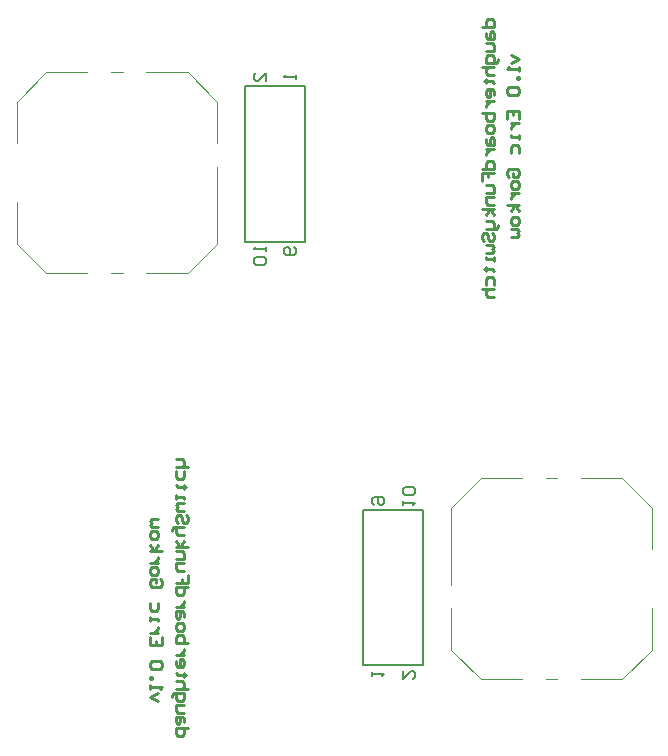
<source format=gbo>
G04*
G04 #@! TF.GenerationSoftware,Altium Limited,Altium Designer,18.1.11 (251)*
G04*
G04 Layer_Color=32896*
%FSLAX25Y25*%
%MOIN*%
G70*
G01*
G75*
%ADD10C,0.00787*%
%ADD11C,0.00394*%
%ADD12C,0.01000*%
%ADD13C,0.00600*%
D10*
X174658Y301826D02*
X194658D01*
Y249858D02*
Y301826D01*
X174658Y249858D02*
X194658D01*
X174658D02*
Y301826D01*
X214028Y108670D02*
X234028D01*
X214028D02*
Y160639D01*
X234028D01*
Y108670D02*
Y160639D01*
D11*
X274808Y171070D02*
X278745D01*
X274808Y104141D02*
X278745D01*
X253154Y171070D02*
X266934D01*
X243312Y161228D02*
X253154Y171070D01*
X243312Y135637D02*
Y161228D01*
Y113983D02*
Y127763D01*
Y113983D02*
X253154Y104141D01*
X266934D01*
X286619Y171070D02*
X300398D01*
X310241Y161228D01*
Y147448D02*
Y161228D01*
Y113983D02*
Y127763D01*
X300398Y104141D02*
X310241Y113983D01*
X286619Y104141D02*
X300398D01*
X129932Y239425D02*
X133869D01*
X129932Y306354D02*
X133869D01*
X141743Y239425D02*
X155523D01*
X165365Y249267D01*
Y274858D01*
Y282732D02*
Y296511D01*
X155523Y306354D02*
X165365Y296511D01*
X141743Y306354D02*
X155523D01*
X108278Y239425D02*
X122058D01*
X98436Y249267D02*
X108278Y239425D01*
X98436Y249267D02*
Y263047D01*
Y282732D02*
Y296511D01*
X108278Y306354D01*
X122058D01*
D12*
X253470Y321334D02*
X257469D01*
Y323334D01*
X256802Y324000D01*
X255469D01*
X254803Y323334D01*
Y321334D01*
Y319335D02*
Y318002D01*
X255469Y317336D01*
X257469D01*
Y319335D01*
X256802Y320001D01*
X256136Y319335D01*
Y317336D01*
X254803Y316003D02*
X256802D01*
X257469Y315336D01*
Y313337D01*
X254803D01*
X258802Y310671D02*
Y310004D01*
X258135Y309338D01*
X254803D01*
Y311337D01*
X255469Y312004D01*
X256802D01*
X257469Y311337D01*
Y309338D01*
X253470Y308005D02*
X257469D01*
X255469D01*
X254803Y307339D01*
Y306006D01*
X255469Y305339D01*
X257469D01*
X254136Y303340D02*
X254803D01*
Y304006D01*
Y302674D01*
Y303340D01*
X256802D01*
X257469Y302674D01*
Y298675D02*
Y300008D01*
X256802Y300674D01*
X255469D01*
X254803Y300008D01*
Y298675D01*
X255469Y298008D01*
X256136D01*
Y300674D01*
X254803Y296675D02*
X257469D01*
X256136D01*
X255469Y296009D01*
X254803Y295343D01*
Y294676D01*
X253470Y292677D02*
X257469D01*
Y290677D01*
X256802Y290011D01*
X256136D01*
X255469D01*
X254803Y290677D01*
Y292677D01*
X257469Y288012D02*
Y286679D01*
X256802Y286012D01*
X255469D01*
X254803Y286679D01*
Y288012D01*
X255469Y288678D01*
X256802D01*
X257469Y288012D01*
X254803Y284013D02*
Y282680D01*
X255469Y282014D01*
X257469D01*
Y284013D01*
X256802Y284679D01*
X256136Y284013D01*
Y282014D01*
X254803Y280681D02*
X257469D01*
X256136D01*
X255469Y280014D01*
X254803Y279348D01*
Y278681D01*
X253470Y274016D02*
X257469D01*
Y276015D01*
X256802Y276682D01*
X255469D01*
X254803Y276015D01*
Y274016D01*
X253470Y270017D02*
Y272683D01*
X255469D01*
Y271350D01*
Y272683D01*
X257469D01*
X254803Y268685D02*
X256802D01*
X257469Y268018D01*
Y266019D01*
X254803D01*
X257469Y264686D02*
X254803D01*
Y262686D01*
X255469Y262020D01*
X257469D01*
Y260687D02*
X253470D01*
X256136D02*
X254803Y258688D01*
X256136Y260687D02*
X257469Y258688D01*
X254803Y256688D02*
X256802D01*
X257469Y256022D01*
Y254023D01*
X258135D01*
X258802Y254689D01*
Y255356D01*
X257469Y254023D02*
X254803D01*
X254136Y250024D02*
X253470Y250690D01*
Y252023D01*
X254136Y252690D01*
X254803D01*
X255469Y252023D01*
Y250690D01*
X256136Y250024D01*
X256802D01*
X257469Y250690D01*
Y252023D01*
X256802Y252690D01*
X254803Y248691D02*
X256802D01*
X257469Y248025D01*
X256802Y247358D01*
X257469Y246692D01*
X256802Y246025D01*
X254803D01*
X257469Y244692D02*
Y243359D01*
Y244026D01*
X254803D01*
Y244692D01*
X254136Y240693D02*
X254803D01*
Y241360D01*
Y240027D01*
Y240693D01*
X256802D01*
X257469Y240027D01*
X254803Y235362D02*
Y237361D01*
X255469Y238028D01*
X256802D01*
X257469Y237361D01*
Y235362D01*
X253470Y234029D02*
X257469D01*
X255469D01*
X254803Y233363D01*
Y232030D01*
X255469Y231363D01*
X257469D01*
X263334Y312004D02*
X266000Y310671D01*
X263334Y309338D01*
X266000Y308005D02*
Y306672D01*
Y307339D01*
X262001D01*
X262668Y308005D01*
X266000Y304673D02*
X265334D01*
Y304006D01*
X266000D01*
Y304673D01*
X262668Y301341D02*
X262001Y300674D01*
Y299341D01*
X262668Y298675D01*
X265334D01*
X266000Y299341D01*
Y300674D01*
X265334Y301341D01*
X262668D01*
X262001Y290677D02*
Y293343D01*
X266000D01*
Y290677D01*
X264001Y293343D02*
Y292010D01*
X263334Y289345D02*
X266000D01*
X264667D01*
X264001Y288678D01*
X263334Y288012D01*
Y287345D01*
X266000Y285346D02*
Y284013D01*
Y284679D01*
X263334D01*
Y285346D01*
Y279348D02*
Y281347D01*
X264001Y282014D01*
X265334D01*
X266000Y281347D01*
Y279348D01*
X262668Y271350D02*
X262001Y272017D01*
Y273350D01*
X262668Y274016D01*
X265334D01*
X266000Y273350D01*
Y272017D01*
X265334Y271350D01*
X264001D01*
Y272683D01*
X266000Y269351D02*
Y268018D01*
X265334Y267352D01*
X264001D01*
X263334Y268018D01*
Y269351D01*
X264001Y270017D01*
X265334D01*
X266000Y269351D01*
X263334Y266019D02*
X266000D01*
X264667D01*
X264001Y265352D01*
X263334Y264686D01*
Y264019D01*
X266000Y262020D02*
X262001D01*
X264667D02*
X263334Y260021D01*
X264667Y262020D02*
X266000Y260021D01*
Y257355D02*
Y256022D01*
X265334Y255356D01*
X264001D01*
X263334Y256022D01*
Y257355D01*
X264001Y258021D01*
X265334D01*
X266000Y257355D01*
X263334Y254023D02*
X265334D01*
X266000Y253356D01*
X265334Y252690D01*
X266000Y252023D01*
X265334Y251357D01*
X263334D01*
X155530Y87666D02*
X151531D01*
Y85666D01*
X152198Y85000D01*
X153531D01*
X154197Y85666D01*
Y87666D01*
Y89665D02*
Y90998D01*
X153531Y91664D01*
X151531D01*
Y89665D01*
X152198Y88999D01*
X152864Y89665D01*
Y91664D01*
X154197Y92997D02*
X152198D01*
X151531Y93664D01*
Y95663D01*
X154197D01*
X150198Y98329D02*
Y98996D01*
X150865Y99662D01*
X154197D01*
Y97663D01*
X153531Y96996D01*
X152198D01*
X151531Y97663D01*
Y99662D01*
X155530Y100995D02*
X151531D01*
X153531D01*
X154197Y101661D01*
Y102994D01*
X153531Y103661D01*
X151531D01*
X154864Y105660D02*
X154197D01*
Y104994D01*
Y106326D01*
Y105660D01*
X152198D01*
X151531Y106326D01*
Y110325D02*
Y108992D01*
X152198Y108326D01*
X153531D01*
X154197Y108992D01*
Y110325D01*
X153531Y110992D01*
X152864D01*
Y108326D01*
X154197Y112325D02*
X151531D01*
X152864D01*
X153531Y112991D01*
X154197Y113657D01*
Y114324D01*
X155530Y116323D02*
X151531D01*
Y118323D01*
X152198Y118989D01*
X152864D01*
X153531D01*
X154197Y118323D01*
Y116323D01*
X151531Y120988D02*
Y122321D01*
X152198Y122988D01*
X153531D01*
X154197Y122321D01*
Y120988D01*
X153531Y120322D01*
X152198D01*
X151531Y120988D01*
X154197Y124987D02*
Y126320D01*
X153531Y126986D01*
X151531D01*
Y124987D01*
X152198Y124321D01*
X152864Y124987D01*
Y126986D01*
X154197Y128319D02*
X151531D01*
X152864D01*
X153531Y128986D01*
X154197Y129652D01*
Y130319D01*
X155530Y134984D02*
X151531D01*
Y132984D01*
X152198Y132318D01*
X153531D01*
X154197Y132984D01*
Y134984D01*
X155530Y138983D02*
Y136317D01*
X153531D01*
Y137650D01*
Y136317D01*
X151531D01*
X154197Y140315D02*
X152198D01*
X151531Y140982D01*
Y142981D01*
X154197D01*
X151531Y144314D02*
X154197D01*
Y146314D01*
X153531Y146980D01*
X151531D01*
Y148313D02*
X155530D01*
X152864D02*
X154197Y150312D01*
X152864Y148313D02*
X151531Y150312D01*
X154197Y152312D02*
X152198D01*
X151531Y152978D01*
Y154977D01*
X150865D01*
X150198Y154311D01*
Y153645D01*
X151531Y154977D02*
X154197D01*
X154864Y158976D02*
X155530Y158310D01*
Y156977D01*
X154864Y156310D01*
X154197D01*
X153531Y156977D01*
Y158310D01*
X152864Y158976D01*
X152198D01*
X151531Y158310D01*
Y156977D01*
X152198Y156310D01*
X154197Y160309D02*
X152198D01*
X151531Y160976D01*
X152198Y161642D01*
X151531Y162308D01*
X152198Y162975D01*
X154197D01*
X151531Y164308D02*
Y165641D01*
Y164974D01*
X154197D01*
Y164308D01*
X154864Y168307D02*
X154197D01*
Y167640D01*
Y168973D01*
Y168307D01*
X152198D01*
X151531Y168973D01*
X154197Y173638D02*
Y171639D01*
X153531Y170972D01*
X152198D01*
X151531Y171639D01*
Y173638D01*
X155530Y174971D02*
X151531D01*
X153531D01*
X154197Y175637D01*
Y176970D01*
X153531Y177637D01*
X151531D01*
X145666Y96996D02*
X143000Y98329D01*
X145666Y99662D01*
X143000Y100995D02*
Y102328D01*
Y101661D01*
X146999D01*
X146332Y100995D01*
X143000Y104327D02*
X143667D01*
Y104994D01*
X143000D01*
Y104327D01*
X146332Y107659D02*
X146999Y108326D01*
Y109659D01*
X146332Y110325D01*
X143667D01*
X143000Y109659D01*
Y108326D01*
X143667Y107659D01*
X146332D01*
X146999Y118323D02*
Y115657D01*
X143000D01*
Y118323D01*
X144999Y115657D02*
Y116990D01*
X145666Y119656D02*
X143000D01*
X144333D01*
X144999Y120322D01*
X145666Y120988D01*
Y121655D01*
X143000Y123654D02*
Y124987D01*
Y124321D01*
X145666D01*
Y123654D01*
Y129652D02*
Y127653D01*
X144999Y126987D01*
X143667D01*
X143000Y127653D01*
Y129652D01*
X146332Y137650D02*
X146999Y136983D01*
Y135650D01*
X146332Y134984D01*
X143667D01*
X143000Y135650D01*
Y136983D01*
X143667Y137650D01*
X144999D01*
Y136317D01*
X143000Y139649D02*
Y140982D01*
X143667Y141648D01*
X144999D01*
X145666Y140982D01*
Y139649D01*
X144999Y138983D01*
X143667D01*
X143000Y139649D01*
X145666Y142981D02*
X143000D01*
X144333D01*
X144999Y143648D01*
X145666Y144314D01*
Y144981D01*
X143000Y146980D02*
X146999D01*
X144333D02*
X145666Y148979D01*
X144333Y146980D02*
X143000Y148979D01*
Y151645D02*
Y152978D01*
X143667Y153645D01*
X144999D01*
X145666Y152978D01*
Y151645D01*
X144999Y150979D01*
X143667D01*
X143000Y151645D01*
X145666Y154977D02*
X143667D01*
X143000Y155644D01*
X143667Y156310D01*
X143000Y156977D01*
X143667Y157643D01*
X145666D01*
D13*
X191078Y248243D02*
X191744Y247577D01*
Y246244D01*
X191078Y245578D01*
X188412D01*
X187745Y246244D01*
Y247577D01*
X188412Y248243D01*
X189078D01*
X189745Y247577D01*
Y245578D01*
X181508Y248243D02*
Y246911D01*
Y247577D01*
X177509D01*
X178176Y248243D01*
Y244911D02*
X177509Y244245D01*
Y242912D01*
X178176Y242245D01*
X180842D01*
X181508Y242912D01*
Y244245D01*
X180842Y244911D01*
X178176D01*
X191744Y305409D02*
Y304076D01*
Y304742D01*
X187745D01*
X188412Y305409D01*
X181508Y303530D02*
Y306196D01*
X178842Y303530D01*
X178176D01*
X177509Y304197D01*
Y305530D01*
X178176Y306196D01*
X217607Y162253D02*
X216941Y162919D01*
Y164252D01*
X217607Y164918D01*
X220273D01*
X220940Y164252D01*
Y162919D01*
X220273Y162253D01*
X219607D01*
X218940Y162919D01*
Y164918D01*
X227177Y162253D02*
Y163586D01*
Y162919D01*
X231176D01*
X230510Y162253D01*
Y165585D02*
X231176Y166251D01*
Y167584D01*
X230510Y168251D01*
X227844D01*
X227177Y167584D01*
Y166251D01*
X227844Y165585D01*
X230510D01*
X216941Y105087D02*
Y106420D01*
Y105754D01*
X220940D01*
X220273Y105087D01*
X227177Y106966D02*
Y104300D01*
X229843Y106966D01*
X230510D01*
X231176Y106299D01*
Y104966D01*
X230510Y104300D01*
M02*

</source>
